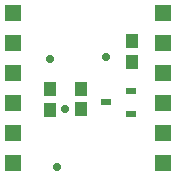
<source format=gbs>
G75*
%MOIN*%
%OFA0B0*%
%FSLAX24Y24*%
%IPPOS*%
%LPD*%
%AMOC8*
5,1,8,0,0,1.08239X$1,22.5*
%
%ADD10R,0.0581X0.0581*%
%ADD11R,0.0444X0.0483*%
%ADD12R,0.0326X0.0247*%
%ADD13C,0.0290*%
D10*
X002833Y002813D03*
X002833Y003813D03*
X002833Y004813D03*
X002833Y005813D03*
X002833Y006813D03*
X002833Y007813D03*
X007833Y007813D03*
X007833Y006813D03*
X007833Y005813D03*
X007833Y004813D03*
X007833Y003813D03*
X007833Y002813D03*
D11*
X005103Y004609D03*
X005103Y005278D03*
X004073Y005268D03*
X004073Y004599D03*
X006813Y006199D03*
X006813Y006868D03*
D12*
X006786Y005227D03*
X006786Y004440D03*
X005950Y004833D03*
D13*
X004573Y004603D03*
X004073Y006293D03*
X005933Y006363D03*
X004303Y002693D03*
M02*

</source>
